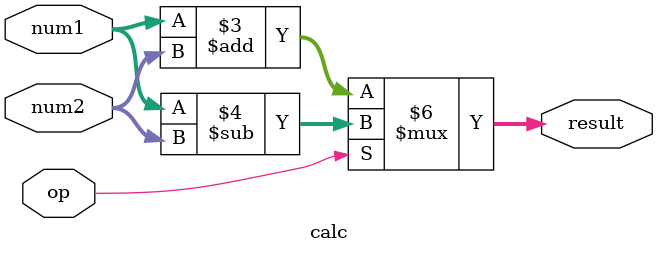
<source format=v>
module calc(
    input [3:0] num1,
    input [3:0] num2,
    input op,
    output reg [3:0] result
);

    always @(*) begin
        if(op == 0) begin // addition
            result <= num1 + num2;
        end else begin // subtraction
            result <= num1 - num2;
        end
    end

endmodule
</source>
